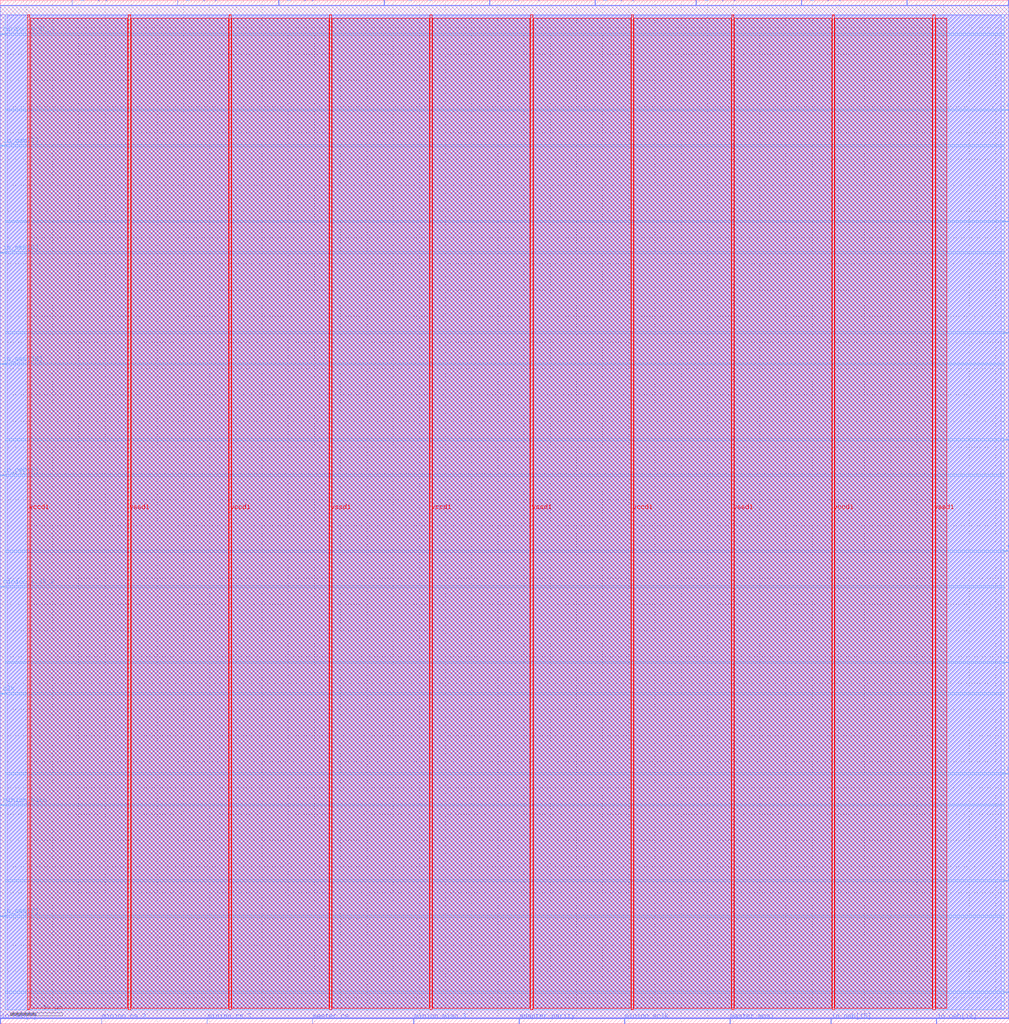
<source format=lef>
VERSION 5.7 ;
  NOWIREEXTENSIONATPIN ON ;
  DIVIDERCHAR "/" ;
  BUSBITCHARS "[]" ;
MACRO FFTSPIInterconnectRTL
  CLASS BLOCK ;
  FOREIGN FFTSPIInterconnectRTL ;
  ORIGIN 0.000 0.000 ;
  SIZE 770.480 BY 781.200 ;
  PIN adapter_parity
    DIRECTION OUTPUT TRISTATE ;
    USE SIGNAL ;
    PORT
      LAYER met2 ;
        RECT 396.150 0.000 396.430 4.000 ;
    END
  END adapter_parity
  PIN clk
    DIRECTION INPUT ;
    USE SIGNAL ;
    PORT
      LAYER met3 ;
        RECT 0.000 251.640 4.000 252.240 ;
    END
  END clk
  PIN io_oeb[0]
    DIRECTION OUTPUT TRISTATE ;
    USE SIGNAL ;
    PORT
      LAYER met3 ;
        RECT 0.000 588.240 4.000 588.840 ;
    END
  END io_oeb[0]
  PIN io_oeb[10]
    DIRECTION OUTPUT TRISTATE ;
    USE SIGNAL ;
    PORT
      LAYER met2 ;
        RECT 611.890 777.200 612.170 781.200 ;
    END
  END io_oeb[10]
  PIN io_oeb[11]
    DIRECTION OUTPUT TRISTATE ;
    USE SIGNAL ;
    PORT
      LAYER met2 ;
        RECT 454.110 777.200 454.390 781.200 ;
    END
  END io_oeb[11]
  PIN io_oeb[12]
    DIRECTION OUTPUT TRISTATE ;
    USE SIGNAL ;
    PORT
      LAYER met2 ;
        RECT 531.390 777.200 531.670 781.200 ;
    END
  END io_oeb[12]
  PIN io_oeb[13]
    DIRECTION OUTPUT TRISTATE ;
    USE SIGNAL ;
    PORT
      LAYER met2 ;
        RECT 135.330 777.200 135.610 781.200 ;
    END
  END io_oeb[13]
  PIN io_oeb[14]
    DIRECTION OUTPUT TRISTATE ;
    USE SIGNAL ;
    PORT
      LAYER met2 ;
        RECT 714.930 0.000 715.210 4.000 ;
    END
  END io_oeb[14]
  PIN io_oeb[15]
    DIRECTION OUTPUT TRISTATE ;
    USE SIGNAL ;
    PORT
      LAYER met2 ;
        RECT 634.430 0.000 634.710 4.000 ;
    END
  END io_oeb[15]
  PIN io_oeb[16]
    DIRECTION OUTPUT TRISTATE ;
    USE SIGNAL ;
    PORT
      LAYER met3 ;
        RECT 0.000 503.240 4.000 503.840 ;
    END
  END io_oeb[16]
  PIN io_oeb[17]
    DIRECTION OUTPUT TRISTATE ;
    USE SIGNAL ;
    PORT
      LAYER met3 ;
        RECT 766.480 527.040 770.480 527.640 ;
    END
  END io_oeb[17]
  PIN io_oeb[1]
    DIRECTION OUTPUT TRISTATE ;
    USE SIGNAL ;
    PORT
      LAYER met2 ;
        RECT 212.610 777.200 212.890 781.200 ;
    END
  END io_oeb[1]
  PIN io_oeb[2]
    DIRECTION OUTPUT TRISTATE ;
    USE SIGNAL ;
    PORT
      LAYER met3 ;
        RECT 0.000 669.840 4.000 670.440 ;
    END
  END io_oeb[2]
  PIN io_oeb[3]
    DIRECTION OUTPUT TRISTATE ;
    USE SIGNAL ;
    PORT
      LAYER met3 ;
        RECT 0.000 418.240 4.000 418.840 ;
    END
  END io_oeb[3]
  PIN io_oeb[4]
    DIRECTION OUTPUT TRISTATE ;
    USE SIGNAL ;
    PORT
      LAYER met3 ;
        RECT 766.480 23.840 770.480 24.440 ;
    END
  END io_oeb[4]
  PIN io_oeb[5]
    DIRECTION OUTPUT TRISTATE ;
    USE SIGNAL ;
    PORT
      LAYER met3 ;
        RECT 766.480 445.440 770.480 446.040 ;
    END
  END io_oeb[5]
  PIN io_oeb[6]
    DIRECTION OUTPUT TRISTATE ;
    USE SIGNAL ;
    PORT
      LAYER met3 ;
        RECT 766.480 612.040 770.480 612.640 ;
    END
  END io_oeb[6]
  PIN io_oeb[7]
    DIRECTION OUTPUT TRISTATE ;
    USE SIGNAL ;
    PORT
      LAYER met2 ;
        RECT 0.090 0.000 0.370 4.000 ;
    END
  END io_oeb[7]
  PIN io_oeb[8]
    DIRECTION OUTPUT TRISTATE ;
    USE SIGNAL ;
    PORT
      LAYER met2 ;
        RECT 54.830 777.200 55.110 781.200 ;
    END
  END io_oeb[8]
  PIN io_oeb[9]
    DIRECTION OUTPUT TRISTATE ;
    USE SIGNAL ;
    PORT
      LAYER met3 ;
        RECT 0.000 81.640 4.000 82.240 ;
    END
  END io_oeb[9]
  PIN master_cs
    DIRECTION OUTPUT TRISTATE ;
    USE SIGNAL ;
    PORT
      LAYER met2 ;
        RECT 238.370 0.000 238.650 4.000 ;
    END
  END master_cs
  PIN master_miso
    DIRECTION INPUT ;
    USE SIGNAL ;
    PORT
      LAYER met3 ;
        RECT 766.480 275.440 770.480 276.040 ;
    END
  END master_miso
  PIN master_mosi
    DIRECTION OUTPUT TRISTATE ;
    USE SIGNAL ;
    PORT
      LAYER met2 ;
        RECT 557.150 0.000 557.430 4.000 ;
    END
  END master_mosi
  PIN master_sclk
    DIRECTION OUTPUT TRISTATE ;
    USE SIGNAL ;
    PORT
      LAYER met2 ;
        RECT 692.390 777.200 692.670 781.200 ;
    END
  END master_sclk
  PIN minion_cs
    DIRECTION INPUT ;
    USE SIGNAL ;
    PORT
      LAYER met3 ;
        RECT 766.480 108.840 770.480 109.440 ;
    END
  END minion_cs
  PIN minion_cs_2
    DIRECTION INPUT ;
    USE SIGNAL ;
    PORT
      LAYER met2 ;
        RECT 77.370 0.000 77.650 4.000 ;
    END
  END minion_cs_2
  PIN minion_cs_3
    DIRECTION INPUT ;
    USE SIGNAL ;
    PORT
      LAYER met2 ;
        RECT 157.870 0.000 158.150 4.000 ;
    END
  END minion_cs_3
  PIN minion_miso
    DIRECTION OUTPUT TRISTATE ;
    USE SIGNAL ;
    PORT
      LAYER met3 ;
        RECT 0.000 166.640 4.000 167.240 ;
    END
  END minion_miso
  PIN minion_miso_2
    DIRECTION OUTPUT TRISTATE ;
    USE SIGNAL ;
    PORT
      LAYER met3 ;
        RECT 766.480 190.440 770.480 191.040 ;
    END
  END minion_miso_2
  PIN minion_miso_3
    DIRECTION OUTPUT TRISTATE ;
    USE SIGNAL ;
    PORT
      LAYER met2 ;
        RECT 315.650 0.000 315.930 4.000 ;
    END
  END minion_miso_3
  PIN minion_mosi
    DIRECTION INPUT ;
    USE SIGNAL ;
    PORT
      LAYER met3 ;
        RECT 766.480 697.040 770.480 697.640 ;
    END
  END minion_mosi
  PIN minion_mosi_2
    DIRECTION INPUT ;
    USE SIGNAL ;
    PORT
      LAYER met2 ;
        RECT 769.670 777.200 769.950 781.200 ;
    END
  END minion_mosi_2
  PIN minion_mosi_3
    DIRECTION INPUT ;
    USE SIGNAL ;
    PORT
      LAYER met2 ;
        RECT 293.110 777.200 293.390 781.200 ;
    END
  END minion_mosi_3
  PIN minion_parity
    DIRECTION OUTPUT TRISTATE ;
    USE SIGNAL ;
    PORT
      LAYER met2 ;
        RECT 373.610 777.200 373.890 781.200 ;
    END
  END minion_parity
  PIN minion_sclk
    DIRECTION INPUT ;
    USE SIGNAL ;
    PORT
      LAYER met2 ;
        RECT 476.650 0.000 476.930 4.000 ;
    END
  END minion_sclk
  PIN minion_sclk_2
    DIRECTION INPUT ;
    USE SIGNAL ;
    PORT
      LAYER met3 ;
        RECT 0.000 333.240 4.000 333.840 ;
    END
  END minion_sclk_2
  PIN minion_sclk_3
    DIRECTION INPUT ;
    USE SIGNAL ;
    PORT
      LAYER met3 ;
        RECT 0.000 754.840 4.000 755.440 ;
    END
  END minion_sclk_3
  PIN reset
    DIRECTION INPUT ;
    USE SIGNAL ;
    PORT
      LAYER met3 ;
        RECT 766.480 360.440 770.480 361.040 ;
    END
  END reset
  PIN vccd1
    DIRECTION INOUT ;
    USE POWER ;
    PORT
      LAYER met4 ;
        RECT 21.040 10.640 22.640 770.000 ;
    END
    PORT
      LAYER met4 ;
        RECT 174.640 10.640 176.240 770.000 ;
    END
    PORT
      LAYER met4 ;
        RECT 328.240 10.640 329.840 770.000 ;
    END
    PORT
      LAYER met4 ;
        RECT 481.840 10.640 483.440 770.000 ;
    END
    PORT
      LAYER met4 ;
        RECT 635.440 10.640 637.040 770.000 ;
    END
  END vccd1
  PIN vssd1
    DIRECTION INOUT ;
    USE GROUND ;
    PORT
      LAYER met4 ;
        RECT 97.840 10.640 99.440 770.000 ;
    END
    PORT
      LAYER met4 ;
        RECT 251.440 10.640 253.040 770.000 ;
    END
    PORT
      LAYER met4 ;
        RECT 405.040 10.640 406.640 770.000 ;
    END
    PORT
      LAYER met4 ;
        RECT 558.640 10.640 560.240 770.000 ;
    END
    PORT
      LAYER met4 ;
        RECT 712.240 10.640 713.840 770.000 ;
    END
  END vssd1
  OBS
      LAYER li1 ;
        RECT 5.520 10.795 764.520 769.845 ;
      LAYER met1 ;
        RECT 0.070 4.460 769.970 770.000 ;
      LAYER met2 ;
        RECT 0.100 776.920 54.550 777.200 ;
        RECT 55.390 776.920 135.050 777.200 ;
        RECT 135.890 776.920 212.330 777.200 ;
        RECT 213.170 776.920 292.830 777.200 ;
        RECT 293.670 776.920 373.330 777.200 ;
        RECT 374.170 776.920 453.830 777.200 ;
        RECT 454.670 776.920 531.110 777.200 ;
        RECT 531.950 776.920 611.610 777.200 ;
        RECT 612.450 776.920 692.110 777.200 ;
        RECT 692.950 776.920 769.390 777.200 ;
        RECT 0.100 4.280 769.940 776.920 ;
        RECT 0.650 4.000 77.090 4.280 ;
        RECT 77.930 4.000 157.590 4.280 ;
        RECT 158.430 4.000 238.090 4.280 ;
        RECT 238.930 4.000 315.370 4.280 ;
        RECT 316.210 4.000 395.870 4.280 ;
        RECT 396.710 4.000 476.370 4.280 ;
        RECT 477.210 4.000 556.870 4.280 ;
        RECT 557.710 4.000 634.150 4.280 ;
        RECT 634.990 4.000 714.650 4.280 ;
        RECT 715.490 4.000 769.940 4.280 ;
      LAYER met3 ;
        RECT 4.000 755.840 766.480 769.925 ;
        RECT 4.400 754.440 766.480 755.840 ;
        RECT 4.000 698.040 766.480 754.440 ;
        RECT 4.000 696.640 766.080 698.040 ;
        RECT 4.000 670.840 766.480 696.640 ;
        RECT 4.400 669.440 766.480 670.840 ;
        RECT 4.000 613.040 766.480 669.440 ;
        RECT 4.000 611.640 766.080 613.040 ;
        RECT 4.000 589.240 766.480 611.640 ;
        RECT 4.400 587.840 766.480 589.240 ;
        RECT 4.000 528.040 766.480 587.840 ;
        RECT 4.000 526.640 766.080 528.040 ;
        RECT 4.000 504.240 766.480 526.640 ;
        RECT 4.400 502.840 766.480 504.240 ;
        RECT 4.000 446.440 766.480 502.840 ;
        RECT 4.000 445.040 766.080 446.440 ;
        RECT 4.000 419.240 766.480 445.040 ;
        RECT 4.400 417.840 766.480 419.240 ;
        RECT 4.000 361.440 766.480 417.840 ;
        RECT 4.000 360.040 766.080 361.440 ;
        RECT 4.000 334.240 766.480 360.040 ;
        RECT 4.400 332.840 766.480 334.240 ;
        RECT 4.000 276.440 766.480 332.840 ;
        RECT 4.000 275.040 766.080 276.440 ;
        RECT 4.000 252.640 766.480 275.040 ;
        RECT 4.400 251.240 766.480 252.640 ;
        RECT 4.000 191.440 766.480 251.240 ;
        RECT 4.000 190.040 766.080 191.440 ;
        RECT 4.000 167.640 766.480 190.040 ;
        RECT 4.400 166.240 766.480 167.640 ;
        RECT 4.000 109.840 766.480 166.240 ;
        RECT 4.000 108.440 766.080 109.840 ;
        RECT 4.000 82.640 766.480 108.440 ;
        RECT 4.400 81.240 766.480 82.640 ;
        RECT 4.000 24.840 766.480 81.240 ;
        RECT 4.000 23.440 766.080 24.840 ;
        RECT 4.000 10.715 766.480 23.440 ;
      LAYER met4 ;
        RECT 23.295 11.735 97.440 767.545 ;
        RECT 99.840 11.735 174.240 767.545 ;
        RECT 176.640 11.735 251.040 767.545 ;
        RECT 253.440 11.735 327.840 767.545 ;
        RECT 330.240 11.735 404.640 767.545 ;
        RECT 407.040 11.735 481.440 767.545 ;
        RECT 483.840 11.735 558.240 767.545 ;
        RECT 560.640 11.735 635.040 767.545 ;
        RECT 637.440 11.735 711.840 767.545 ;
        RECT 714.240 11.735 722.825 767.545 ;
  END
END FFTSPIInterconnectRTL
END LIBRARY


</source>
